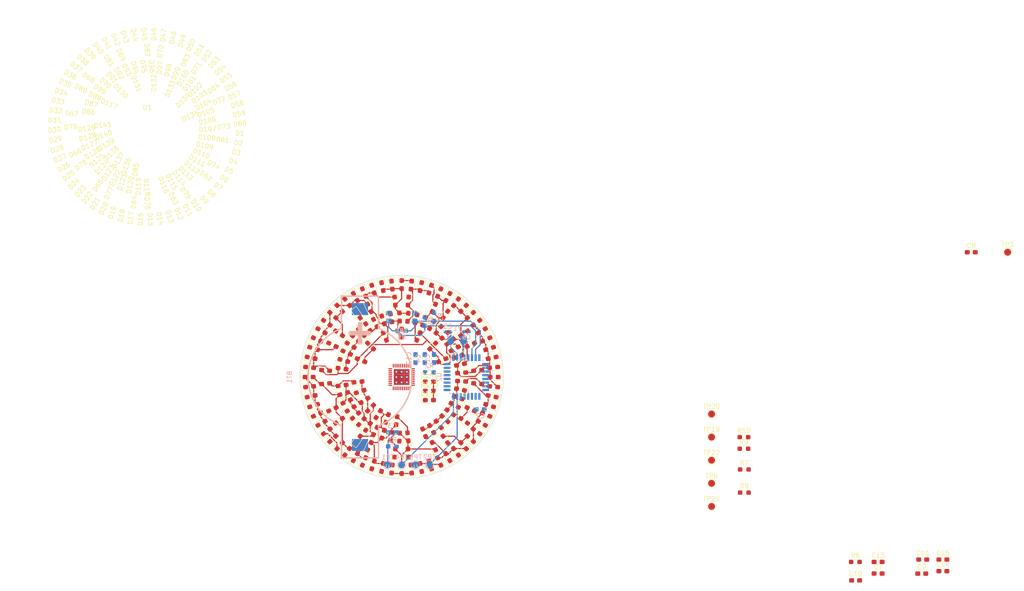
<source format=kicad_pcb>
(kicad_pcb (version 20211014) (generator pcbnew)
  (title_block (title "LED Pocketwatch Hardware") (date "2022-01-01") (rev "1"))
  (layers (0 "F.Cu" signal) (1 "In1.Cu" signal) (2 "In2.Cu" signal) (31 "B.Cu" signal) (34 "B.Paste" user) (35 "F.Paste" user) (36 "B.SilkS" user "B.Silkscreen") (37 "F.SilkS" user "F.Silkscreen") (38 "B.Mask" user) (39 "F.Mask" user) (44 "Edge.Cuts" user))
  (net 0 "")
  (net 1 "+3V3")
  (net 2 "CA1")
  (net 3 "CA2")
  (net 4 "CA3")
  (net 5 "CA4")
  (net 6 "CA5")
  (net 7 "CA6")
  (net 8 "CA7")
  (net 9 "CA8")
  (net 10 "CA9")
  (net 11 "CB1")
  (net 12 "CB2")
  (net 13 "CB3")
  (net 14 "CB4")
  (net 15 "CB5")
  (net 16 "CB6")
  (net 17 "CB7")
  (net 18 "CB8")
  (net 19 "CB9")
  (net 27 "RESET")
  (net 28 "RCC_OSC32_IN")
  (net 29 "RCC_OSC32_OUT")
  (net 30 "BOOT")
  (net 35 "GND")
  (net 36 "LED_EN")
  (net 37 "I2C_PULLUP")
  (net 38 "I2C_SDA")
  (net 39 "I2C_SCL")
  (net 40 "AUDIO_IN")
  (net 41 "AUDIO_IN_SIGAL")
  (net 42 "BTN_IN")
  (net 43 "SYS_WKUP1")
  (net 44 "C_FILT")
  (net 45 "R_EXT")
  (net 46 "INTB")
  (net 47 "SWDIO")
  (net 48 "SWCLK")
  (footprint "LED_SMD:LED_0603_1608Metric_Pad1.05x0.95mm_HandSolder" (layer "F.Cu") (at 132.730493 120.777488 56)
    (fp_text reference "D123")
    (fp_text value "LED")
  )
  (footprint "LED_SMD:LED_0603_1608Metric_Pad1.05x0.95mm_HandSolder" (layer "F.Cu") (at 153.382612 124.862896 132)
    (fp_text reference "D9")
    (fp_text value "LED")
  )
  (footprint "Capacitor_SMD:C_0603_1608Metric_Pad1.08x0.95mm_HandSolder" (layer "F.Cu") (at 257 149.49)
    (fp_text reference "C15")
    (fp_text value "1u n.b.")
  )
  (footprint "LED_SMD:LED_0603_1608Metric_Pad1.05x0.95mm_HandSolder" (layer "F.Cu") (at 133.274117 116.709134 44.92857143)
    (fp_text reference "D138")
    (fp_text value "LED")
  )
  (footprint "LED_SMD:LED_0603_1608Metric_Pad1.05x0.95mm_HandSolder" (layer "F.Cu") (at 137.742574 122.8025 80)
    (fp_text reference "D120")
    (fp_text value "LED")
  )
  (footprint "LED_SMD:LED_0603_1608Metric_Pad1.05x0.95mm_HandSolder" (layer "F.Cu") (at 123.562788 108.561931 -5)
    (fp_text reference "D67")
    (fp_text value "LED")
  )
  (footprint "LED_SMD:LED_0603_1608Metric_Pad1.05x0.95mm_HandSolder" (layer "F.Cu") (at 146.973201 124.954078 115)
    (fp_text reference "D63")
    (fp_text value "LED")
  )
  (footprint "LED_SMD:LED_0603_1608Metric_Pad1.05x0.95mm_HandSolder" (layer "F.Cu") (at 152.715918 107.297149 -168)
    (fp_text reference "D106")
    (fp_text value "LED")
  )
  (footprint "LED_SMD:LED_0603_1608Metric_Pad1.05x0.95mm_HandSolder" (layer "F.Cu") (at 154.954078 116.973201 155)
    (fp_text reference "D74")
    (fp_text value "LED")
  )
  (footprint "LED_SMD:LED_0603_1608Metric_Pad1.05x0.95mm_HandSolder" (layer "F.Cu") (at 146.180339 90.97887 -108)
    (fp_text reference "D49")
    (fp_text value "LED")
  )
  (footprint "LED_SMD:LED_0603_1608Metric_Pad1.05x0.95mm_HandSolder" (layer "F.Cu") (at 144.869885 122.05339 112)
    (fp_text reference "D116")
    (fp_text value "LED")
  )
  (footprint "LED_SMD:LED_0603_1608Metric_Pad1.05x0.95mm_HandSolder" (layer "F.Cu") (at 125.137104 123.382612 42)
    (fp_text reference "D24")
    (fp_text value "LED")
  )
  (footprint "LED_SMD:LED_0603_1608Metric_Pad1.05x0.95mm_HandSolder" (layer "F.Cu") (at 128.975375 116.88895 32)
    (fp_text reference "D126")
    (fp_text value "LED")
  )
  (footprint "LED_SMD:LED_0603_1608Metric_Pad1.05x0.95mm_HandSolder" (layer "F.Cu") (at 158.270909 118.134732 156)
    (fp_text reference "D5")
    (fp_text value "LED")
  )
  (footprint "LED_SMD:LED_0603_1608Metric_Pad1.05x0.95mm_HandSolder" (layer "F.Cu") (at 127.503598 106.416715 -16)
    (fp_text reference "D87")
    (fp_text value "LED")
  )
  (footprint "LED_SMD:LED_0603_1608Metric_Pad1.05x0.95mm_HandSolder" (layer "F.Cu") (at 136.364508 101.223145 -67.5)
    (fp_text reference "D131")
    (fp_text value "LED")
  )
  (footprint "LED_SMD:LED_0603_1608Metric_Pad1.05x0.95mm_HandSolder" (layer "F.Cu") (at 141.35887 122.928784 96)
    (fp_text reference "D118")
    (fp_text value "LED")
  )
  (footprint "LED_SMD:LED_0603_1608Metric_Pad1.05x0.95mm_HandSolder" (layer "F.Cu") (at 148.776855 106.364508 -157.5)
    (fp_text reference "D135")
    (fp_text value "LED")
  )
  (footprint "LED_SMD:LED_0603_1608Metric_Pad1.05x0.95mm_HandSolder" (layer "F.Cu") (at 131.223145 106.364508 -22.5)
    (fp_text reference "D117")
    (fp_text value "LED")
  )
  (footprint "LED_SMD:LED_0603_1608Metric_Pad1.05x0.95mm_HandSolder" (layer "F.Cu") (at 159.890437 107.909431 -174)
    (fp_text reference "D60")
    (fp_text value "LED")
  )
  (footprint "LED_SMD:LED_0603_1608Metric_Pad1.05x0.95mm_HandSolder" (layer "F.Cu") (at 143.635492 101.223145 -112.5)
    (fp_text reference "D133")
    (fp_text value "LED")
  )
  (footprint "Resistor_SMD:R_0603_1608Metric_Pad0.98x0.95mm_HandSolder" (layer "F.Cu") (at 214.0875 135)
    (fp_text reference "R8")
    (fp_text value "100k")
  )
  (footprint "LED_SMD:LED_0603_1608Metric_Pad1.05x0.95mm_HandSolder" (layer "F.Cu") (at 126.483992 119.464011 35)
    (fp_text reference "D78")
    (fp_text value "LED")
  )
  (footprint "LED_SMD:LED_0603_1608Metric_Pad1.05x0.95mm_HandSolder" (layer "F.Cu") (at 159.02113 116.180339 162)
    (fp_text reference "D4")
    (fp_text value "LED")
  )
  (footprint "LED_SMD:LED_0603_1608Metric_Pad1.05x0.95mm_HandSolder" (layer "F.Cu") (at 146.717514 103.282486 -135)
    (fp_text reference "D134")
    (fp_text value "LED")
  )
  (footprint "TestPoint:TestPoint_Pad_D1.5mm" (layer "F.Cu") (at 207 128)
    (fp_text reference "TP22")
    (fp_text value "TestPoint")
  )
  (footprint "LED_SMD:LED_0603_1608Metric_Pad1.05x0.95mm_HandSolder" (layer "F.Cu") (at 144.158233 90.437048 -102)
    (fp_text reference "D48")
    (fp_text value "LED")
  )
  (footprint "LED_SMD:LED_0603_1608Metric_Pad1.05x0.95mm_HandSolder" (layer "F.Cu") (at 148.134732 91.729091 -114)
    (fp_text reference "D50")
    (fp_text value "LED")
  )
  (footprint "LED_SMD:LED_0603_1608Metric_Pad1.05x0.95mm_HandSolder" (layer "F.Cu") (at 123.562788 111.438069 5)
    (fp_text reference "D79")
    (fp_text value "LED")
  )
  (footprint "LED_SMD:LED_0603_1608Metric_Pad1.05x0.95mm_HandSolder" (layer "F.Cu") (at 151.478318 116.10313 152)
    (fp_text reference "D111")
    (fp_text value "LED")
  )
  (footprint "LED_SMD:LED_0603_1608Metric_Pad1.05x0.95mm_HandSolder" (layer "F.Cu") (at 156.437212 111.438069 175)
    (fp_text reference "D61")
    (fp_text value "LED")
  )
  (footprint "LED_SMD:LED_0603_1608Metric_Pad1.05x0.95mm_HandSolder" (layer "F.Cu") (at 130.041423 101.643762 -40)
    (fp_text reference "D90")
    (fp_text value "LED")
  )
  (footprint "LED_SMD:LED_0603_1608Metric_Pad1.05x0.95mm_HandSolder" (layer "F.Cu") (at 120.109563 112.090569 6)
    (fp_text reference "D30")
    (fp_text value "LED")
  )
  (footprint "LED_SMD:LED_0603_1608Metric_Pad1.05x0.95mm_HandSolder" (layer "F.Cu") (at 130 92.679492 -60)
    (fp_text reference "D41")
    (fp_text value "LED")
  )
  (footprint "LED_SMD:LED_0603_1608Metric_Pad1.05x0.95mm_HandSolder" (layer "F.Cu") (at 159.02113 103.819661 -162)
    (fp_text reference "D58")
    (fp_text value "LED")
  )
  (footprint "LED_SMD:LED_0603_1608Metric_Pad1.05x0.95mm_HandSolder" (layer "F.Cu") (at 120.109563 107.909431 -6)
    (fp_text reference "D32")
    (fp_text value "LED")
  )
  (footprint "LED_SMD:LED_0603_1608Metric_Pad1.05x0.95mm_HandSolder" (layer "F.Cu") (at 128.244295 126.180339 54)
    (fp_text reference "D22")
    (fp_text value "LED")
  )
  (footprint "LED_SMD:LED_0603_1608Metric_Pad1.05x0.95mm_HandSolder" (layer "F.Cu") (at 154.862896 123.382612 138)
    (fp_text reference "D8")
    (fp_text value "LED")
  )
  (footprint "LED_SMD:LED_0603_1608Metric_Pad1.05x0.95mm_HandSolder" (layer "F.Cu") (at 120.97887 103.819661 -18)
    (fp_text reference "D34")
    (fp_text value "LED")
  )
  (footprint "LED_SMD:LED_0603_1608Metric_Pad1.05x0.95mm_HandSolder" (layer "F.Cu") (at 153.382612 95.137104 -132)
    (fp_text reference "D53")
    (fp_text value "LED")
  )
  (footprint "LED_SMD:LED_0603_1608Metric_Pad1.05x0.95mm_HandSolder" (layer "F.Cu") (at 135.98278 122.363734 72)
    (fp_text reference "D121")
    (fp_text value "LED")
  )
  (footprint "LED_SMD:LED_0603_1608Metric_Pad1.05x0.95mm_HandSolder" (layer "F.Cu") (at 122.679492 100.000001 -30)
    (fp_text reference "D36")
    (fp_text value "LED")
  )
  (footprint "LED_SMD:LED_0603_1608Metric_Pad1.05x0.95mm_HandSolder" (layer "F.Cu") (at 159.562952 114.158233 168)
    (fp_text reference "D3")
    (fp_text value "LED")
  )
  (footprint "LED_SMD:LED_0603_1608Metric_Pad1.05x0.95mm_HandSolder" (layer "F.Cu") (at 120.437048 105.841767 -12)
    (fp_text reference "D33")
    (fp_text value "LED")
  )
  (footprint "LED_SMD:LED_0603_1608Metric_Pad1.05x0.95mm_HandSolder" (layer "F.Cu") (at 150 127.320508 120)
    (fp_text reference "D11")
    (fp_text value "LED")
  )
  (footprint "LED_SMD:LED_0603_1608Metric_Pad1.05x0.95mm_HandSolder" (layer "F.Cu") (at 138.561931 126.437212 85)
    (fp_text reference "D64")
    (fp_text value "LED")
  )
  (footprint "LED_SMD:LED_0603_1608Metric_Pad1.05x0.95mm_HandSolder" (layer "F.Cu") (at 122.679492 120 30)
    (fp_text reference "D26")
    (fp_text value "LED")
  )
  (footprint "LED_SMD:LED_0603_1608Metric_Pad1.05x0.95mm_HandSolder" (layer "F.Cu") (at 141.35887 97.071216 -96)
    (fp_text reference "D97")
    (fp_text value "LED")
  )
  (footprint "LED_SMD:LED_0603_1608Metric_Pad1.05x0.95mm_HandSolder" (layer "F.Cu") (at 142.090569 90.109563 -96)
    (fp_text reference "D47")
    (fp_text value "LED")
  )
  (footprint "LED_SMD:LED_0603_1608Metric_Pad1.05x0.95mm_HandSolder" (layer "F.Cu") (at 121.729091 101.865268 -24)
    (fp_text reference "D35")
    (fp_text value "LED")
  )
  (footprint "LED_SMD:LED_0603_1608Metric_Pad1.05x0.95mm_HandSolder" (layer "F.Cu") (at 153.516008 100.535989 -145)
    (fp_text reference "D84")
    (fp_text value "LED")
  )
  (footprint "LED_SMD:LED_0603_1608Metric_Pad1.05x0.95mm_HandSolder" (layer "F.Cu") (at 123.819661 121.755705 36)
    (fp_text reference "D25")
    (fp_text value "LED")
  )
  (footprint "LED_SMD:LED_0603_1608Metric_Pad1.05x0.95mm_HandSolder" (layer "F.Cu") (at 140 100.5 -90)
    (fp_text reference "D132")
    (fp_text value "LED")
  )
  (footprint "LED_SMD:LED_0603_1608Metric_Pad1.05x0.95mm_HandSolder" (layer "F.Cu") (at 157.320508 119.999999 150)
    (fp_text reference "D6")
    (fp_text value "LED")
  )
  (footprint "LED_SMD:LED_0603_1608Metric_Pad1.05x0.95mm_HandSolder" (layer "F.Cu") (at 151.755705 93.819661 -126)
    (fp_text reference "D52")
    (fp_text value "LED")
  )
  (footprint "LED_SMD:LED_0603_1608Metric_Pad1.05x0.95mm_HandSolder" (layer "F.Cu") (at 151.755705 126.180339 126)
    (fp_text reference "D10")
    (fp_text value "LED")
  )
  (footprint "LED_SMD:LED_0603_1608Metric_Pad1.05x0.95mm_HandSolder" (layer "F.Cu") (at 139.546307 97.00792 -88)
    (fp_text reference "D96")
    (fp_text value "LED")
  )
  (footprint "LED_SMD:LED_0603_1608Metric_Pad1.05x0.95mm_HandSolder" (layer "F.Cu") (at 148.134732 128.270909 114)
    (fp_text reference "D12")
    (fp_text value "LED")
  )
  (footprint "LED_SMD:LED_0603_1608Metric_Pad1.05x0.95mm_HandSolder" (layer "F.Cu") (at 134.935672 118.037572 57.78571429)
    (fp_text reference "D137")
    (fp_text value "LED")
  )
  (footprint "LED_SMD:LED_0603_1608Metric_Pad1.05x0.95mm_HandSolder" (layer "F.Cu") (at 159.562952 105.841767 -168)
    (fp_text reference "D59")
    (fp_text value "LED")
  )
  (footprint "LED_SMD:LED_0603_1608Metric_Pad1.05x0.95mm_HandSolder" (layer "F.Cu") (at 146.180339 129.02113 108)
    (fp_text reference "D13")
    (fp_text value "LED")
  )
  (footprint "LED_SMD:LED_0603_1608Metric_Pad1.05x0.95mm_HandSolder" (layer "F.Cu") (at 131.865268 128.270909 66)
    (fp_text reference "D20")
    (fp_text value "LED")
  )
  (footprint "LED_SMD:LED_0603_1608Metric_Pad1.05x0.95mm_HandSolder" (layer "F.Cu") (at 135.841767 129.562952 78)
    (fp_text reference "D18")
    (fp_text value "LED")
  )
  (footprint "LED_SMD:LED_0603_1608Metric_Pad1.05x0.95mm_HandSolder" (layer "F.Cu") (at 133.282486 103.282486 -45)
    (fp_text reference "D130")
    (fp_text value "LED")
  )
  (footprint "LED_SMD:LED_0603_1608Metric_Pad1.05x0.95mm_HandSolder" (layer "F.Cu") (at 152.968332 109.093166 -176)
    (fp_text reference "D107")
    (fp_text value "LED")
  )
  (footprint "LED_SMD:LED_0603_1608Metric_Pad1.05x0.95mm_HandSolder" (layer "F.Cu") (at 127.126516 108.19075 -8)
    (fp_text reference "D86")
    (fp_text value "LED")
  )
  (footprint "LED_SMD:LED_0603_1608Metric_Pad1.05x0.95mm_HandSolder" (layer "F.Cu") (at 150.51722 102.358792 -144)
    (fp_text reference "D103")
    (fp_text value "LED")
  )
  (footprint "LED_SMD:LED_0603_1608Metric_Pad1.05x0.95mm_HandSolder" (layer "F.Cu") (at 156.180339 121.755705 144)
    (fp_text reference "D7")
    (fp_text value "LED")
  )
  (footprint "LED_SMD:LED_0603_1608Metric_Pad1.05x0.95mm_HandSolder" (layer "F.Cu") (at 131.301303 119.660882 48)
    (fp_text reference "D124")
    (fp_text value "LED")
  )
  (footprint "LED_SMD:LED_0603_1608Metric_Pad1.05x0.95mm_HandSolder" (layer "F.Cu") (at 137.909431 129.890437 84)
    (fp_text reference "D17")
    (fp_text value "LED")
  )
  (footprint "LED_SMD:LED_0603_1608Metric_Pad1.05x0.95mm_HandSolder" (layer "F.Cu") (at 157.320508 100 -150)
    (fp_text reference "D56")
    (fp_text value "LED")
  )
  (footprint "LED_SMD:LED_0603_1608Metric_Pad1.05x0.95mm_HandSolder" (layer "F.Cu") (at 154.954078 103.026799 -155)
    (fp_text reference "D72")
    (fp_text value "LED")
  )
  (footprint "LED_SMD:LED_0603_1608Metric_Pad1.05x0.95mm_HandSolder" (layer "F.Cu") (at 125.045922 116.973201 25)
    (fp_text reference "D66")
    (fp_text value "LED")
  )
  (footprint "Capacitor_SMD:C_0603_1608Metric_Pad1.08x0.95mm_HandSolder" (layer "F.Cu") (at 252.65 149.49)
    (fp_text reference "C11")
    (fp_text value "100n n.b.")
  )
  (footprint "Capacitor_SMD:C_0603_1608Metric_Pad1.08x0.95mm_HandSolder" (layer "F.Cu") (at 263.1375 83)
    (fp_text reference "C8")
    (fp_text value "220n n.b.")
  )
  (footprint "LED_SMD:LED_0603_1608Metric_Pad1.05x0.95mm_HandSolder" (layer "F.Cu") (at 138.92457 119.438932 83.5)
    (fp_text reference "D85")
    (fp_text value "LED")
  )
  (footprint "LED_SMD:LED_0603_1608Metric_Pad1.05x0.95mm_HandSolder" (layer "F.Cu") (at 121.729091 118.134732 24)
    (fp_text reference "D27")
    (fp_text value "LED")
  )
  (footprint "Resistor_SMD:R_0603_1608Metric_Pad0.98x0.95mm_HandSolder" (layer "F.Cu") (at 214 125.51)
    (fp_text reference "R9")
    (fp_text value "10k")
  )
  (footprint "LED_SMD:LED_0603_1608Metric_Pad1.05x0.95mm_HandSolder" (layer "F.Cu") (at 120.97887 116.180339 18)
    (fp_text reference "D28")
    (fp_text value "LED")
  )
  (footprint "LED_SMD:LED_0603_1608Metric_Pad1.05x0.95mm_HandSolder" (layer "F.Cu") (at 152.715918 112.702851 168)
    (fp_text reference "D109")
    (fp_text value "LED")
  )
  (footprint "TestPoint:TestPoint_Pad_D1.5mm" (layer "F.Cu") (at 207 133)
    (fp_text reference "TP6")
    (fp_text value "TestPoint")
  )
  (footprint "LED_SMD:LED_0603_1608Metric_Pad1.05x0.95mm_HandSolder" (layer "F.Cu") (at 128.975375 103.11105 -32)
    (fp_text reference "D89")
    (fp_text value "LED")
  )
  (footprint "LED_SMD:LED_0603_1608Metric_Pad1.05x0.95mm_HandSolder" (layer "F.Cu") (at 132.730493 99.222512 -56)
    (fp_text reference "D92")
    (fp_text value "LED")
  )
  (footprint "LED_SMD:LED_0603_1608Metric_Pad1.05x0.95mm_HandSolder" (layer "F.Cu") (at 148.003599 120.244139 128)
    (fp_text reference "D114")
    (fp_text value "LED")
  )
  (footprint "TestPoint:TestPoint_Pad_D1.5mm" (layer "F.Cu") (at 271 83)
    (fp_text reference "TP3")
    (fp_text value "TestPoint")
  )
  (footprint "LED_SMD:LED_0603_1608Metric_Pad1.05x0.95mm_HandSolder" (layer "F.Cu") (at 125.045922 103.026799 -25)
    (fp_text reference "D80")
    (fp_text value "LED")
  )
  (footprint "Capacitor_SMD:C_0603_1608Metric_Pad1.08x0.95mm_HandSolder" (layer "F.Cu") (at 243 152.51)
    (fp_text reference "C7")
    (fp_text value "100n")
  )
  (footprint "LED_SMD:LED_0603_1608Metric_Pad1.05x0.95mm_HandSolder" (layer "F.Cu") (at 146 113)
    (fp_text reference "D143")
    (fp_text value "LED")
  )
  (footprint "LED_SMD:LED_0603_1608Metric_Pad1.05x0.95mm_HandSolder" (layer "F.Cu") (at 149.351417 100.969442 -136)
    (fp_text reference "D102")
    (fp_text value "LED")
  )
  (footprint "LED_SMD:LED_0603_1608Metric_Pad1.05x0.95mm_HandSolder" (layer "F.Cu") (at 149.999999 92.679492 -120)
    (fp_text reference "D51")
    (fp_text value "LED")
  )
  (footprint "LED_SMD:LED_0603_1608Metric_Pad1.05x0.95mm_HandSolder" (layer "F.Cu") (at 146.973201 95.045922 -115)
    (fp_text reference "D83")
    (fp_text value "LED")
  )
  (footprint "Capacitor_SMD:C_0603_1608Metric_Pad1.08x0.95mm_HandSolder" (layer "F.Cu") (at 257 152)
    (fp_text reference "C14")
    (fp_text value "1u n.b.")
  )
  (footprint "LED_SMD:LED_0603_1608Metric_Pad1.05x0.95mm_HandSolder" (layer "F.Cu") (at 144.158233 129.562952 102)
    (fp_text reference "D14")
    (fp_text value "LED")
  )
  (footprint "LED_SMD:LED_0603_1608Metric_Pad1.05x0.95mm_HandSolder" (layer "F.Cu") (at 141.438069 93.562788 -95)
    (fp_text reference "D70")
    (fp_text value "LED")
  )
  (footprint "Resistor_SMD:R_0603_1608Metric_Pad0.98x0.95mm_HandSolder" (layer "F.Cu") (at 238.0875 150)
    (fp_text reference "R6")
    (fp_text value "20k")
  )
  (footprint "Capacitor_SMD:C_0603_1608Metric_Pad1.08x0.95mm_HandSolder" (layer "F.Cu") (at 252.4375 152.53)
    (fp_text reference "C9")
    (fp_text value "100n n.b.")
  )
  (footprint "LED_SMD:LED_0603_1608Metric_Pad1.05x0.95mm_HandSolder" (layer "F.Cu") (at 133.026799 124.954078 65)
    (fp_text reference "D77")
    (fp_text value "LED")
  )
  (footprint "LED_SMD:LED_0603_1608Metric_Pad1.05x0.95mm_HandSolder" (layer "F.Cu") (at 137.742574 97.1975 -80)
    (fp_text reference "D95")
    (fp_text value "LED")
  )
  (footprint "LED_SMD:LED_0603_1608Metric_Pad1.05x0.95mm_HandSolder" (layer "F.Cu") (at 126.483992 100.535989 -35)
    (fp_text reference "D68")
    (fp_text value "LED")
  )
  (footprint "LED_SMD:LED_0603_1608Metric_Pad1.05x0.95mm_HandSolder" (layer "F.Cu") (at 140 90 -90)
    (fp_text reference "D46")
    (fp_text value "LED")
  )
  (footprint "LED_SMD:LED_0603_1608Metric_Pad1.05x0.95mm_HandSolder" (layer "F.Cu") (at 153.516008 119.464011 145)
    (fp_text reference "D62")
    (fp_text value "LED")
  )
  (footprint "LED_SMD:LED_0603_1608Metric_Pad1.05x0.95mm_HandSolder" (layer "F.Cu") (at 131.949826 115.044272 32.07142857)
    (fp_text reference "D139")
    (fp_text value "LED")
  )
  (footprint "LED_SMD:LED_0603_1608Metric_Pad1.05x0.95mm_HandSolder" (layer "F.Cu") (at 127.503598 113.583285 16)
    (fp_text reference "D128")
    (fp_text value "LED")
  )
  (footprint "LED_SMD:LED_0603_1608Metric_Pad1.05x0.95mm_HandSolder" (layer "F.Cu") (at 152.216004 105.553739 -160)
    (fp_text reference "D105")
    (fp_text value "LED")
  )
  (footprint "LED_SMD:LED_0603_1608Metric_Pad1.05x0.95mm_HandSolder" (layer "F.Cu") (at 127.126516 111.80925 8)
    (fp_text reference "D129")
    (fp_text value "LED")
  )
  (footprint "Resistor_SMD:R_0603_1608Metric_Pad0.98x0.95mm_HandSolder" (layer "F.Cu") (at 214.0875 130)
    (fp_text reference "R7")
    (fp_text value "10k")
  )
  (footprint "LED_SMD:LED_0603_1608Metric_Pad1.05x0.95mm_HandSolder" (layer "F.Cu") (at 125.137104 96.617388 -42)
    (fp_text reference "D38")
    (fp_text value "LED")
  )
  (footprint "LED_SMD:LED_0603_1608Metric_Pad1.05x0.95mm_HandSolder" (layer "F.Cu") (at 154.862896 96.617388 -138)
    (fp_text reference "D54")
    (fp_text value "LED")
  )
  (footprint "LED_SMD:LED_0603_1608Metric_Pad1.05x0.95mm_HandSolder" (layer "F.Cu") (at 152.216004 114.446261 160)
    (fp_text reference "D110")
    (fp_text value "LED")
  )
  (footprint "LED_SMD:LED_0603_1608Metric_Pad1.05x0.95mm_HandSolder" (layer "F.Cu") (at 146.5 121.25833 120)
    (fp_text reference "D115")
    (fp_text value "LED")
  )
  (footprint "LED_SMD:LED_0603_1608Metric_Pad1.05x0.95mm_HandSolder" (layer "F.Cu") (at 130.535989 96.483992 -55)
    (fp_text reference "D81")
    (fp_text value "LED")
  )
  (footprint "TestPoint:TestPoint_Pad_D1.5mm" (layer "F.Cu") (at 207 138)
    (fp_text reference "TP21")
    (fp_text value "TestPoint")
  )
  (footprint "LED_SMD:LED_0603_1608Metric_Pad1.05x0.95mm_HandSolder" (layer "F.Cu") (at 130.558416 111.051892 6.357142857)
    (fp_text reference "D141")
    (fp_text value "LED")
  )
  (footprint "LED_SMD:LED_0603_1608Metric_Pad1.05x0.95mm_HandSolder" (layer "F.Cu") (at 139.546307 122.99208 88)
    (fp_text reference "D119")
    (fp_text value "LED")
  )
  (footprint "Resistor_SMD:R_0603_1608Metric_Pad0.98x0.95mm_HandSolder" (layer "F.Cu") (at 214 123)
    (fp_text reference "R10")
    (fp_text value "100k")
  )
  (footprint "LED_SMD:LED_0603_1608Metric_Pad1.05x0.95mm_HandSolder" (layer "F.Cu") (at 144.869885 97.94661 -112)
    (fp_text reference "D99")
    (fp_text value "LED")
  )
  (footprint "LED_SMD:LED_0603_1608Metric_Pad1.05x0.95mm_HandSolder" (layer "F.Cu") (at 134.301176 98.315678 -64)
    (fp_text reference "D93")
    (fp_text value "LED")
  )
  (footprint "TestPoint:TestPoint_Pad_D1.5mm" (layer "F.Cu") (at 207 118)
    (fp_text reference "TP20")
    (fp_text value "TestPoint")
  )
  (footprint "Capacitor_SMD:C_0603_1608Metric_Pad1.08x0.95mm_HandSolder" (layer "F.Cu") (at 238.1375 154)
    (fp_text reference "C10")
    (fp_text value "100n")
  )
  (footprint "LED_SMD:LED_0603_1608Metric_Pad1.05x0.95mm_HandSolder" (layer "F.Cu") (at 131.029204 113.126469 19.21428571)
    (fp_text reference "D140")
    (fp_text value "LED")
  )
  (footprint "LED_SMD:LED_0603_1608Metric_Pad1.05x0.95mm_HandSolder" (layer "F.Cu") (at 134.301176 121.684322 64)
    (fp_text reference "D122")
    (fp_text value "LED")
  )
  (footprint "LED_SMD:LED_0603_1608Metric_Pad1.05x0.95mm_HandSolder" (layer "F.Cu") (at 156.180339 98.244295 -144)
    (fp_text reference "D55")
    (fp_text value "LED")
  )
  (footprint "LED_SMD:LED_0603_1608Metric_Pad1.05x0.95mm_HandSolder" (layer "F.Cu") (at 135.98278 97.636266 -72)
    (fp_text reference "D94")
    (fp_text value "LED")
  )
  (footprint "LED_SMD:LED_0603_1608Metric_Pad1.05x0.95mm_HandSolder" (layer "F.Cu") (at 130.000001 127.320508 60)
    (fp_text reference "D21")
    (fp_text value "LED")
  )
  (footprint "LED_SMD:LED_0603_1608Metric_Pad1.05x0.95mm_HandSolder" (layer "F.Cu") (at 137.909431 90.109563 -84)
    (fp_text reference "D45")
    (fp_text value "LED")
  )
  (footprint "LED_SMD:LED_0603_1608Metric_Pad1.05x0.95mm_HandSolder" (layer "F.Cu") (at 120 110)
    (fp_text reference "D31")
    (fp_text value "LED")
  )
  (footprint "LED_SMD:LED_0603_1608Metric_Pad1.05x0.95mm_HandSolder" (layer "F.Cu") (at 142.090569 129.890437 96)
    (fp_text reference "D15")
    (fp_text value "LED")
  )
  (footprint "TestPoint:TestPoint_Pad_D1.5mm" (layer "F.Cu") (at 207 123)
    (fp_text reference "TP19")
    (fp_text value "TestPoint")
  )
  (footprint "LED_PW_HW_Library:IS31FL3732A" (layer "F.Cu") (at 140 110)
    (fp_text reference "U1")
    (fp_text value "IS31FL3732A")
  )
  (footprint "LED_SMD:LED_0603_1608Metric_Pad1.05x0.95mm_HandSolder" (layer "F.Cu") (at 140 130 90)
    (fp_text reference "D16")
    (fp_text value "LED")
  )
  (footprint "LED_SMD:LED_0603_1608Metric_Pad1.05x0.95mm_HandSolder" (layer "F.Cu") (at 143.144984 97.386156 -104)
    (fp_text reference "D98")
    (fp_text value "LED")
  )
  (footprint "LED_SMD:LED_0603_1608Metric_Pad1.05x0.95mm_HandSolder" (layer "F.Cu") (at 151.478318 103.89687 -152)
    (fp_text reference "D104")
    (fp_text value "LED")
  )
  (footprint "LED_SMD:LED_0603_1608Metric_Pad1.05x0.95mm_HandSolder" (layer "F.Cu") (at 159.890437 112.090569 174)
    (fp_text reference "D2")
    (fp_text value "LED")
  )
  (footprint "LED_SMD:LED_0603_1608Metric_Pad1.05x0.95mm_HandSolder" (layer "F.Cu") (at 128.12391 115.287576 24)
    (fp_text reference "D127")
    (fp_text value "LED")
  )
  (footprint "LED_SMD:LED_0603_1608Metric_Pad1.05x0.95mm_HandSolder" (layer "F.Cu") (at 149.464011 96.483992 -125)
    (fp_text reference "D71")
    (fp_text value "LED")
  )
  (footprint "LED_SMD:LED_0603_1608Metric_Pad1.05x0.95mm_HandSolder" (layer "F.Cu") (at 133.819661 90.97887 -72)
    (fp_text reference "D43")
    (fp_text value "LED")
  )
  (footprint "LED_SMD:LED_0603_1608Metric_Pad1.05x0.95mm_HandSolder" (layer "F.Cu") (at 126.617388 95.137104 -48)
    (fp_text reference "D39")
    (fp_text value "LED")
  )
  (footprint "LED_SMD:LED_0603_1608Metric_Pad1.05x0.95mm_HandSolder" (layer "F.Cu") (at 160 110 180)
    (fp_text reference "D1")
    (fp_text value "LED")
  )
  (footprint "LED_SMD:LED_0603_1608Metric_Pad1.05x0.95mm_HandSolder" (layer "F.Cu") (at 146 111)
    (fp_text reference "D142")
    (fp_text value "LED")
  )
  (footprint "LED_SMD:LED_0603_1608Metric_Pad1.05x0.95mm_HandSolder" (layer "F.Cu") (at 146.499999 98.74167 -120)
    (fp_text reference "D100")
    (fp_text value "LED")
  )
  (footprint "LED_SMD:LED_0603_1608Metric_Pad1.05x0.95mm_HandSolder" (layer "F.Cu") (at 133.819661 129.02113 72)
    (fp_text reference "D19")
    (fp_text value "LED")
  )
  (footprint "LED_SMD:LED_0603_1608Metric_Pad1.05x0.95mm_HandSolder" (layer "F.Cu") (at 128.244295 93.819661 -54)
    (fp_text reference "D40")
    (fp_text value "LED")
  )
  (footprint "LED_SMD:LED_0603_1608Metric_Pad1.05x0.95mm_HandSolder" (layer "F.Cu") (at 158.270909 101.865268 -156)
    (fp_text reference "D57")
    (fp_text value "LED")
  )
  (footprint "LED_SMD:LED_0603_1608Metric_Pad1.05x0.95mm_HandSolder" (layer "F.Cu") (at 131.301303 100.339118 -48)
    (fp_text reference "D91")
    (fp_text value "LED")
  )
  (footprint "LED_SMD:LED_0603_1608Metric_Pad1.05x0.95mm_HandSolder" (layer "F.Cu") (at 130.535989 123.516008 55)
    (fp_text reference "D65")
    (fp_text value "LED")
  )
  (footprint "LED_SMD:LED_0603_1608Metric_Pad1.05x0.95mm_HandSolder" (layer "F.Cu") (at 141.438069 126.437212 95)
    (fp_text reference "D76")
    (fp_text value "LED")
  )
  (footprint "LED_SMD:LED_0603_1608Metric_Pad1.05x0.95mm_HandSolder" (layer "F.Cu") (at 150.51722 117.641208 144)
    (fp_text reference "D112")
    (fp_text value "LED")
  )
  (footprint "LED_SMD:LED_0603_1608Metric_Pad1.05x0.95mm_HandSolder" (layer "F.Cu") (at 136.851173 118.962973 70.64285714)
    (fp_text reference "D136")
    (fp_text value "LED")
  )
  (footprint "LED_SMD:LED_0603_1608Metric_Pad1.05x0.95mm_HandSolder" (layer "F.Cu") (at 152.968332 110.906834 176)
    (fp_text reference "D108")
    (fp_text value "LED")
  )
  (footprint "LED_SMD:LED_0603_1608Metric_Pad1.05x0.95mm_HandSolder" (layer "F.Cu") (at 146 115)
    (fp_text reference "D144")
    (fp_text value "LED")
  )
  (footprint "Capacitor_SMD:C_0603_1608Metric_Pad1.08x0.95mm_HandSolder" (layer "F.Cu") (at 243 150)
    (fp_text reference "C13")
    (fp_text value "1u")
  )
  (footprint "LED_SMD:LED_0603_1608Metric_Pad1.05x0.95mm_HandSolder" (layer "F.Cu") (at 126.617388 124.862896 48)
    (fp_text reference "D23")
    (fp_text value "LED")
  )
  (footprint "LED_SMD:LED_0603_1608Metric_Pad1.05x0.95mm_HandSolder" (layer "F.Cu") (at 149.464011 123.516008 125)
    (fp_text reference "D75")
    (fp_text value "LED")
  )
  (footprint "LED_SMD:LED_0603_1608Metric_Pad1.05x0.95mm_HandSolder" (layer "F.Cu") (at 149.351417 119.030558 136)
    (fp_text reference "D113")
    (fp_text value "LED")
  )
  (footprint "LED_SMD:LED_0603_1608Metric_Pad1.05x0.95mm_HandSolder" (layer "F.Cu") (at 130.041423 118.356238 40)
    (fp_text reference "D125")
    (fp_text value "LED")
  )
  (footprint "LED_SMD:LED_0603_1608Metric_Pad1.05x0.95mm_HandSolder" (layer "F.Cu") (at 133.026799 95.045922 -65)
    (fp_text reference "D69")
    (fp_text value "LED")
  )
  (footprint "LED_SMD:LED_0603_1608Metric_Pad1.05x0.95mm_HandSolder" (layer "F.Cu") (at 131.865268 91.729091 -66)
    (fp_text reference "D42")
    (fp_text value "LED")
  )
  (footprint "LED_SMD:LED_0603_1608Metric_Pad1.05x0.95mm_HandSolder" (layer "F.Cu") (at 123.819661 98.244295 -36)
    (fp_text reference "D37")
    (fp_text value "LED")
  )
  (footprint "LED_SMD:LED_0603_1608Metric_Pad1.05x0.95mm_HandSolder" (layer "F.Cu") (at 138.561931 93.562788 -85)
    (fp_text reference "D82")
    (fp_text value "LED")
  )
  (footprint "LED_SMD:LED_0603_1608Metric_Pad1.05x0.95mm_HandSolder" (layer "F.Cu") (at 128.12391 104.712424 -24)
    (fp_text reference "D88")
    (fp_text value "LED")
  )
  (footprint "LED_SMD:LED_0603_1608Metric_Pad1.05x0.95mm_HandSolder" (layer "F.Cu") (at 148.003599 99.755861 -128)
    (fp_text reference "D101")
    (fp_text value "LED")
  )
  (footprint "LED_SMD:LED_0603_1608Metric_Pad1.05x0.95mm_HandSolder" (layer "F.Cu") (at 120.437048 114.158233 12)
    (fp_text reference "D29")
    (fp_text value "LED")
  )
  (footprint "LED_SMD:LED_0603_1608Metric_Pad1.05x0.95mm_HandSolder" (layer "F.Cu") (at 135.841767 90.437048 -78)
    (fp_text reference "D44")
    (fp_text value "LED")
  )
  (footprint "LED_SMD:LED_0603_1608Metric_Pad1.05x0.95mm_HandSolder" (layer "F.Cu") (at 156.437212 108.561931 -175)
    (fp_text reference "D73")
    (fp_text value "LED")
  )
  (footprint "Capacitor_SMD:C_0603_1608Metric_Pad1.08x0.95mm_HandSolder" (layer "B.Cu") (at 138 122 180)
    (fp_text reference "C3")
    (fp_text value "100n")
  )
  (footprint "Capacitor_SMD:C_0603_1608Metric_Pad1.08x0.95mm_HandSolder" (layer "B.Cu") (at 157 117)
    (fp_text reference "C2")
    (fp_text value "100n")
  )
  (footprint "Resistor_SMD:R_0603_1608Metric_Pad0.98x0.95mm_HandSolder" (layer "B.Cu") (at 147 97 90)
    (fp_text reference "R3")
    (fp_text value "100k")
  )
  (footprint "LED_PW_HW_Library:Switch-DifferentPadNr" (layer "B.Cu") (at 140 97)
    (fp_text reference "SW1")
    (fp_text value "SW_MEC_5E")
  )
  (footprint "LED_PW_HW_Library:ECX-34Q" (layer "B.Cu") (at 152 102 180)
    (fp_text reference "Y1")
    (fp_text value "Crystal")
  )
  (footprint "Resistor_SMD:R_0603_1608Metric_Pad0.98x0.95mm_HandSolder" (layer "B.Cu") (at 145 98 90)
    (fp_text reference "R4")
    (fp_text value "100k")
  )
  (footprint "TestPoint:TestPoint_Pad_D1.5mm" (layer "B.Cu") (at 146 129 180)
    (fp_text reference "TP2")
    (fp_text value "TestPoint")
  )
  (footprint "Capacitor_SMD:C_0402_1005Metric_Pad0.74x0.62mm_HandSolder" (layer "B.Cu") (at 150 100.2 180)
    (fp_text reference "C5")
    (fp_text value "4p3")
  )
  (footprint "TestPoint:TestPoint_Pad_D1.5mm" (layer "B.Cu") (at 143 129 180)
    (fp_text reference "TP5")
    (fp_text value "TestPoint")
  )
  (footprint "Resistor_SMD:R_0603_1608Metric_Pad0.98x0.95mm_HandSolder" (layer "B.Cu") (at 146 109 180)
    (fp_text reference "R2")
    (fp_text value "100k")
  )
  (footprint "TestPoint:TestPoint_Pad_D1.5mm" (layer "B.Cu") (at 140 129 180)
    (fp_text reference "TP4")
    (fp_text value "TestPoint")
  )
  (footprint "Resistor_SMD:R_0603_1608Metric_Pad0.98x0.95mm_HandSolder" (layer "B.Cu") (at 140 100)
    (fp_text reference "R5")
    (fp_text value "n.b.")
  )
  (footprint "TestPoint:TestPoint_Pad_D1.5mm" (layer "B.Cu") (at 137 129 180)
    (fp_text reference "TP1")
    (fp_text value "TestPoint")
  )
  (footprint "Package_QFP:LQFP-32_7x7mm_P0.8mm" (layer "B.Cu") (at 154 110 -90)
    (fp_text reference "U2")
    (fp_text value "STM32L031K6Tx")
  )
  (footprint "Resistor_SMD:R_0603_1608Metric_Pad0.98x0.95mm_HandSolder" (layer "B.Cu") (at 138 125 180)
    (fp_text reference "R1")
    (fp_text value "100k")
  )
  (footprint "Capacitor_SMD:C_0603_1608Metric_Pad1.08x0.95mm_HandSolder" (layer "B.Cu") (at 143 106 -90)
    (fp_text reference "C12")
    (fp_text value "100n n.b.")
  )
  (footprint "Capacitor_SMD:C_0603_1608Metric_Pad1.08x0.95mm_HandSolder" (layer "B.Cu") (at 145 106 -90)
    (fp_text reference "C4")
    (fp_text value "1u")
  )
  (footprint "Capacitor_SMD:C_0603_1608Metric_Pad1.08x0.95mm_HandSolder" (layer "B.Cu") (at 147 106 -90)
    (fp_text reference "C1")
    (fp_text value "100n")
  )
  (footprint "LED_PW_HW_Library:SMTU2032-LF" (layer "B.Cu") (at 131 110 -90)
    (fp_text reference "BT1")
    (fp_text value "Battery_Holder")
  )
  (footprint "Capacitor_SMD:C_0402_1005Metric_Pad0.74x0.62mm_HandSolder" (layer "B.Cu") (at 154 100.2)
    (fp_text reference "C6")
    (fp_text value "4p3")
  )
  (gr_circle (center 140 110) (end 140 88) (layer "Edge.Cuts") (width 0.1) (fill none))
  (segment (start 123.440111 107.643845) (end 124.434458 108.638192) (width 0.25) (layer "F.Cu") (net 2))
  (segment (start 123.437264 100.437501) (end 123.437264 99.848894) (width 0.25) (layer "F.Cu") (net 2))
  (segment (start 121.811044 104.090051) (end 121.811044 102.938562) (width 0.25) (layer "F.Cu") (net 2))
  (segment (start 120.97977 108.000893) (end 120.97977 106.336847) (width 0.25) (layer "F.Cu") (net 2))
  (segment (start 122.528443 101.346322) (end 123.437264 100.437501) (width 0.25) (layer "F.Cu") (net 2))
  (segment (start 121.811044 102.938562) (end 122.528443 102.221163) (width 0.25) (layer "F.Cu") (net 2))
  (segment (start 125.14548 104.090051) (end 125.838941 103.39659) (width 0.25) (layer "F.Cu") (net 2))
  (segment (start 142.067675 89.125) (end 142.182031 89.239356) (width 0.25) (layer "F.Cu") (net 2))
  (segment (start 124.486852 98.717908) (end 124.527551 98.758607) (width 0.25) (layer "F.Cu") (net 2))
  (segment (start 121.336818 107.643845) (end 123.440111 107.643845) (width 0.25) (layer "F.Cu") (net 2))
  (segment (start 121.292927 104.608168) (end 121.811044 104.090051) (width 0.25) (layer "F.Cu") (net 2))
  (segment (start 121.811044 104.090051) (end 125.14548 104.090051) (width 0.25) (layer "F.Cu") (net 2))
  (segment (start 140 89.125) (end 142.067675 89.125) (width 0.25) (layer "F.Cu") (net 2))
  (segment (start 120.97977 108.000893) (end 121.336818 107.643845) (width 0.25) (layer "F.Cu") (net 2))
  (segment (start 120.97977 106.336847) (end 121.292927 106.02369) (width 0.25) (layer "F.Cu") (net 2))
  (segment (start 123.437264 99.848894) (end 124.527551 98.758607) (width 0.25) (layer "F.Cu") (net 2))
  (segment (start 122.528443 102.221163) (end 122.528443 101.346322) (width 0.25) (layer "F.Cu") (net 2))
  (segment (start 121.292927 106.02369) (end 121.292927 104.608168) (width 0.25) (layer "F.Cu") (net 2))
  (segment (start 124.486852 96.031899) (end 124.486852 98.717908) (width 0.25) (layer "F.Cu") (net 2))
  (segment (start 129.717417 103.574729) (end 129.717417 103.200496) (width 0.25) (layer "F.Cu") (net 3))
  (segment (start 128.344702 105.646879) (end 128.923262 105.068319) (width 0.25) (layer "F.Cu") (net 3))
  (segment (start 125.787356 97.202877) (end 127.20075 98.616271) (width 0.25) (layer "F.Cu") (net 3))
  (segment (start 125.787356 97.202877) (end 127.202877 95.787356) (width 0.25) (layer "F.Cu") (net 3))
  (segment (start 127.20075 98.616271) (end 127.20075 101.037868) (width 0.25) (layer "F.Cu") (net 3))
  (segment (start 128.344702 106.657898) (end 128.344702 105.646879) (width 0.25) (layer "F.Cu") (net 3))
  (segment (start 128.923262 104.368884) (end 129.717417 103.574729) (width 0.25) (layer "F.Cu") (net 3))
  (segment (start 127.993001 107.009599) (end 128.344702 106.657898) (width 0.25) (layer "F.Cu") (net 3))
  (segment (start 127.993001 108.312526) (end 127.993001 107.009599) (width 0.25) (layer "F.Cu") (net 3))
  (segment (start 129.717417 103.200496) (end 130.711712 102.206201) (width 0.25) (layer "F.Cu") (net 3))
  (segment (start 128.923262 105.068319) (end 128.923262 104.368884) (width 0.25) (layer "F.Cu") (net 3))
  (segment (start 131.886792 100.98937) (end 132.178337 100.98937) (width 0.25) (layer "F.Cu") (net 4))
  (segment (start 133.219787 99.94792) (end 133.838954 99.94792) (width 0.25) (layer "F.Cu") (net 4))
  (segment (start 128.758607 94.527551) (end 126.072598 94.527551) (width 0.25) (layer "F.Cu") (net 4))
  (segment (start 131.841369 93.437264) (end 132.657008 94.252903) (width 0.25) (layer "F.Cu") (net 4))
  (segment (start 132.178337 100.98937) (end 133.219787 99.94792) (width 0.25) (layer "F.Cu") (net 4))
  (segment (start 130.4375 93.437264) (end 129.848894 93.437264) (width 0.25) (layer "F.Cu") (net 4))
  (segment (start 126.072598 94.527551) (end 126.031899 94.486852) (width 0.25) (layer "F.Cu") (net 4))
  (segment (start 146.75 93.659911) (end 147.342992 94.252903) (width 0.25) (layer "F.Cu") (net 4))
  (segment (start 146.450729 90.146696) (end 147 90.695967) (width 0.25) (layer "F.Cu") (net 4))
  (segment (start 147 90.695967) (end 147 92) (width 0.25) (layer "F.Cu") (net 4))
  (segment (start 146.75 92.25) (end 146.75 93.659911) (width 0.25) (layer "F.Cu") (net 4))
  (segment (start 130.4375 93.437264) (end 131.841369 93.437264) (width 0.25) (layer "F.Cu") (net 4))
  (segment (start 132.03154 105.770868) (end 133.901204 103.901204) (width 0.25) (layer "F.Cu") (net 4))
  (segment (start 129.848894 93.437264) (end 128.758607 94.527551) (width 0.25) (layer "F.Cu") (net 4))
  (segment (start 147 92) (end 146.75 92.25) (width 0.25) (layer "F.Cu") (net 4))
  (segment (start 133.838954 99.94792) (end 134.684751 99.102123) (width 0.25) (layer "F.Cu") (net 4))
  (segment (start 132.03154 106.699356) (end 132.03154 105.770868) (width 0.25) (layer "F.Cu") (net 4))
  (segment (start 136.25317 98.46844) (end 137 99.21527) (width 0.25) (layer "F.Cu") (net 5))
  (segment (start 130.105817 95.838941) (end 130.03411 95.767234) (width 0.25) (layer "F.Cu") (net 5))
  (segment (start 139.576844 97.882387) (end 138.071336 97.882387) (width 0.25) (layer "F.Cu") (net 5))
  (segment (start 137 99.21527) (end 137 101.730896) (width 0.25) (layer "F.Cu") (net 5))
  (segment (start 137 101.730896) (end 136.699356 102.03154) (width 0.25) (layer "F.Cu") (net 5))
  (segment (start 133.601506 95.634025) (end 133.39659 95.838941) (width 0.25) (layer "F.Cu") (net 5))
  (segment (start 133.39659 95.838941) (end 130.105817 95.838941) (width 0.25) (layer "F.Cu") (net 5))
  (segment (start 133.838941 95.838941) (end 133.39659 95.838941) (width 0.25) (layer "F.Cu") (net 5))
  (segment (start 132.938562 91.811044) (end 132.221163 92.528443) (width 0.25) (layer "F.Cu") (net 5))
  (segment (start 132.221163 92.528443) (end 133.601506 93.908786) (width 0.25) (layer "F.Cu") (net 5))
  (segment (start 134.5 96.5) (end 133.838941 95.838941) (width 0.25) (layer "F.Cu") (net 5))
  (segment (start 134.970125 92.691118) (end 134.090051 91.811044) (width 0.25) (layer "F.Cu") (net 5))
  (segment (start 134.5 96.899486) (end 134.5 96.5) (width 0.25) (layer "F.Cu") (net 5))
  (segment (start 133.601506 93.908786) (end 133.601506 95.634025) (width 0.25) (layer "F.Cu") (net 5))
  (segment (start 136.25317 98.46844) (end 135.46844 98.46844) (width 0.25) (layer "F.Cu") (net 5))
  (segment (start 139.20048 98.258751) (end 139.576844 97.882387) (width 0.25) (layer "F.Cu") (net 5))
  (segment (start 138.48567 92.691118) (end 134.970125 92.691118) (width 0.25) (layer "F.Cu") (net 5))
  (segment (start 135 98) (end 135 97.399486) (width 0.25) (layer "F.Cu") (net 5))
  (segment (start 139.20048 100.57548) (end 139.20048 98.258751) (width 0.25) (layer "F.Cu") (net 5))
  (segment (start 135 97.399486) (end 134.5 96.899486) (width 0.25) (layer "F.Cu") (net 5))
  (segment (start 137.894516 98.059207) (end 136.662403 98.059207) (width 0.25) (layer "F.Cu") (net 5))
  (segment (start 134.090051 91.811044) (end 132.938562 91.811044) (width 0.25) (layer "F.Cu") (net 5))
  (segment (start 140 101.375) (end 139.20048 100.57548) (width 0.25) (layer "F.Cu") (net 5))
  (segment (start 138.071336 97.882387) (end 137.894516 98.059207) (width 0.25) (layer "F.Cu") (net 5))
  (segment (start 136.662403 98.059207) (end 136.25317 98.46844) (width 0.25) (layer "F.Cu") (net 5))
  (segment (start 135.46844 98.46844) (end 135 98) (width 0.25) (layer "F.Cu") (net 5))
  (segment (start 141.450332 96.201009) (end 139.583326 96.201009) (width 0.25) (layer "F.Cu") (net 6))
  (segment (start 138.638192 95.255875) (end 139.51577 96.133453) (width 0.25) (layer "F.Cu") (net 6))
  (segment (start 138.000893 90.97977) (end 136.336847 90.97977) (width 0.25) (layer "F.Cu") (net 6))
  (segment (start 144.542104 98.757896) (end 145.320953 98.757896) (width 0.25) (layer "F.Cu") (net 6))
  (segment (start 136.336847 90.97977) (end 136.02369 91.292927) (width 0.25) (layer "F.Cu") (net 6))
  (segment (start 139.583326 96.201009) (end 139.51577 96.133453) (width 0.25) (layer "F.Cu") (net 6))
  (segment (start 140 90.875) (end 138.105663 90.875) (width 0.25) (layer "F.Cu") (net 6))
  (segment (start 138.105663 90.875) (end 138.000893 90.97977) (width 0.25) (layer "F.Cu") (net 6))
  (segment (start 143.300644 102.03154) (end 142.933302 101.664198) (width 0.25) (layer "F.Cu") (net 6))
  (segment (start 144.019373 98.235165) (end 144.542104 98.757896) (width 0.25) (layer "F.Cu") (net 6))
  (segment (start 145.320953 98.757896) (end 146.062499 99.499442) (width 0.25) (layer "F.Cu") (net 6))
  (segment (start 138.638192 94.434458) (end 138.638192 95.255875) (width 0.25) (layer "F.Cu") (net 6))
  (segment (start 142.933302 98.235165) (end 144.019373 98.235165) (width 0.25) (layer "F.Cu") (net 6))
  (segment (start 140 93.07265) (end 138.638192 94.434458) (width 0.25) (layer "F.Cu") (net 6))
  (segment (start 140 90.875) (end 140 93.07265) (width 0.25) (layer "F.Cu") (net 6))
  (segment (start 142.933302 101.664198) (end 142.933302 98.235165) (width 0.25) (layer "F.Cu") (net 6))
  (segment (start 151.637919 102.873104) (end 152.250897 103.486082) (width 0.25) (layer "F.Cu") (net 7))
  (segment (start 148.5 107.25) (end 150 107.25) (width 0.25) (layer "F.Cu") (net 7))
  (segment (start 147.96846 106.699356) (end 147.96846 105.770868) (width 0.25) (layer "F.Cu") (net 7))
  (segment (start 145.391832 91.292927) (end 145.909949 91.811044) (width 0.25) (layer "F.Cu") (net 7))
  (segment (start 147.96846 105.770868) (end 146.098796 103.901204) (width 0.25) (layer "F.Cu") (net 7))
  (segment (start 143.97631 91.292927) (end 145.391832 91.292927) (width 0.25) (layer "F.Cu") (net 7))
  (segment (start 141.361808 94.434458) (end 141.361808 94.542289) (width 0.25) (layer "F.Cu") (net 7))
  (segment (start 142.356155 93.440111) (end 141.361808 94.434458) (width 0.25) (layer "F.Cu") (net 7))
  (segment (start 150 105) (end 150.457828 105.457828) (width 0.25) (layer "F.Cu") (net 7))
  (segment (start 150 107.25) (end 150.5 106.75) (width 0.25) (layer "F.Cu") (net 7))
  (segment (start 143.663153 90.97977) (end 143.97631 91.292927) (width 0.25) (layer "F.Cu") (net 7))
  (segment (start 142.671684 96.537147) (end 141.267408 97.941423) (width 0.25) (layer "F.Cu") (net 7))
  (segment (start 149.734867 104.734867) (end 150 105) (width 0.25) (layer "F.Cu") (net 7))
  (segment (start 149.734867 102.947567) (end 149.734867 104.734867) (width 0.25) (layer "F.Cu") (net 7))
  (segment (start 149.80933 102.873104) (end 151.637919 102.873104) (width 0.25) (layer "F.Cu") (net 7))
  (segment (start 141.999107 90.97977) (end 142.356155 91.336818) (width 0.25) (layer "F.Cu") (net 7))
  (segment (start 141.999107 90.97977) (end 143.663153 90.97977) (width 0.25) (layer "F.Cu") (net 7))
  (segment (start 143.356666 96.537147) (end 142.671684 96.537147) (width 0.25) (layer "F.Cu") (net 7))
  (segment (start 141.361808 94.542289) (end 143.356666 96.537147) (width 0.25) (layer "F.Cu") (net 7))
  (segment (start 150.457828 105.457828) (end 150.457828 105.765349) (width 0.25) (layer "F.Cu") (net 7))
  (segment (start 150.457828 105.765349) (end 150.457828 105.916346) (width 0.25) (layer "F.Cu") (net 7))
  (segment (start 147.96846 106.71846) (end 148.5 107.25) (width 0.25) (layer "F.Cu") (net 7))
  (segment (start 147.96846 106.699356) (end 147.96846 106.71846) (width 0.25) (layer "F.Cu") (net 7))
  (segment (start 149.80933 102.873104) (end 149.734867 102.947567) (width 0.25) (layer "F.Cu") (net 7))
  (segment (start 142.356155 91.336818) (end 142.356155 93.440111) (width 0.25) (layer "F.Cu") (net 7))
  (segment (start 152.095463 107.714496) (end 151.860039 107.479072) (width 0.25) (layer "F.Cu") (net 8))
  (segment (start 152.095463 109.154203) (end 152.807255 109.865995) (width 0.25) (layer "F.Cu") (net 8))
  (segment (start 152.095463 109.154203) (end 152.095463 107.714496) (width 0.25) (layer "F.Cu") (net 8))
  (segment (start 153.221769 102.721769) (end 152.34448 101.84448) (width 0.25) (layer "F.Cu") (net 8))
  (segment (start 153.038235 105.254471) (end 153.221769 105.070937) (width 0.25) (layer "F.Cu") (net 8))
  (segment (start 148.962132 94.037631) (end 149.562499 93.437264) (width 0.25) (layer "F.Cu") (net 8))
  (segment (start 148.687658 93.437264) (end 147.778837 92.528443) (width 0.25) (layer "F.Cu") (net 8))
  (segment (start 153.221769 105.070937) (end 153.221769 102.721769) (width 0.25) (layer "F.Cu") (net 8))
  (segment (start 153.038235 106.300876) (end 153.038235 105.254471) (width 0.25) (layer "F.Cu") (net 8))
  (segment (start 148.962132 97.20075) (end 148.962132 94.037631) (width 0.25) (layer "F.Cu") (net 8))
  (segment (start 151.860039 107.479072) (end 153.038235 106.300876) (width 0.25) (layer "F.Cu") (net 8))
  (segment (start 148.596793 101.577268) (end 147.464895 100.44537) (width 0.25) (layer "F.Cu") (net 8))
  (segment (start 151.22511 101.84448) (end 148.989207 101.84448) (width 0.25) (layer "F.Cu") (net 8))
  (segment (start 148.721995 101.577268) (end 148.596793 101.577268) (width 0.25) (layer "F.Cu") (net 8))
  (segment (start 149.562499 93.437264) (end 148.687658 93.437264) (width 0.25) (layer "F.Cu") (net 8))
  (segment (start 148.962132 97.20075) (end 147.965219 97.20075) (width 0.25) (layer "F.Cu") (net 8))
  (segment (start 152.34448 101.84448) (end 151.22511 101.84448) (width 0.25) (layer "F.Cu") (net 8))
  (segment (start 152.807255 109.865995) (end 155.928557 109.865995) (width 0.25) (layer "F.Cu") (net 8))
  (segment (start 147.965219 98.169138) (end 147.965219 97.20075) (width 0.25) (layer "F.Cu") (net 8))
  (segment (start 145.197666 97.135324) (end 145.307027 97.135324) (width 0.25) (layer "F.Cu") (net 8))
  (segment (start 148.989207 101.84448) (end 148.721995 101.577268) (width 0.25) (layer "F.Cu") (net 8))
  (segment (start 145.307027 97.135324) (end 146.60341 95.838941) (width 0.25) (layer "F.Cu") (net 8))
  (segment (start 147.464895 98.669462) (end 147.965219 98.169138) (width 0.25) (layer "F.Cu") (net 8))
  (segment (start 147.965219 97.20075) (end 146.60341 95.838941) (width 0.25) (layer "F.Cu") (net 8))
  (segment (start 147.464895 100.44537) (end 147.464895 98.669462) (width 0.25) (layer "F.Cu") (net 8))
  (segment (start 155.928557 109.865995) (end 157.308882 108.48567) (width 0.25) (layer "F.Cu") (net 8))
  (segment (start 154.212644 97.202877) (end 152.79925 98.616271) (width 0.25) (layer "F.Cu") (net 9))
  (segment (start 152.79925 98.616271) (end 152.79925 101.037868) (width 0.25) (layer "F.Cu") (net 9))
  (segment (start 154.161059 103.39659) (end 154.161059 102.399677) (width 0.25) (layer "F.Cu") (net 9))
  (segment (start 151.241393 94.527551) (end 151.537318 94.527551) (width 0.25) (layer "F.Cu") (net 9))
  (segment (start 154.161059 106.525964) (end 154.161059 103.39659) (width 0.25) (layer "F.Cu") (net 9))
  (segment (start 151.537318 94.527551) (end 152.797123 95.787356) (width 0.25) (layer "F.Cu") (net 9))
  (segment (start 153.571797 107.115226) (end 154.161059 106.525964) (width 0.25) (layer "F.Cu") (net 9))
  (segment (start 151.393773 104.995692) (end 150.705739 104.307658) (width 0.25) (layer "F.Cu") (net 9))
  (segment (start 154.161059 102.399677) (end 152.79925 101.037868) (width 0.25) (layer "F.Cu") (net 9))
  (segment (start 152.797123 95.787356) (end 154.212644 97.202877) (width 0.25) (layer "F.Cu") (net 9))
  (segment (start 151.393773 105.853007) (end 151.393773 104.995692) (width 0.25) (layer "F.Cu") (net 9))
  (segment (start 128.425307 109.239969) (end 126.260031 109.239969) (width 0.25) (layer "F.Cu") (net 10))
  (segment (start 159.125 110) (end 159.125 108.105663) (width 0.25) (layer "F.Cu") (net 10))
  (segment (start 126.019984 109.480016) (end 126.260031 109.239969) (width 0.25) (layer "F.Cu") (net 10))
  (segment (start 145.485531 102.014469) (end 143.97034 100.499278) (width 0.25) (layer "F.Cu") (net 10))
  (segment (start 126.260031 109.239969) (end 126.260031 108.068974) (width 0.25) (layer "F.Cu") (net 10))
  (segment (start 158.188956 104.090051) (end 158.188956 102.938562) (width 0.25) (layer "F.Cu") (net 10))
  (segment (start 130.41475 106.02966) (end 130.41475 107.250526) (width 0.25) (layer "F.Cu") (net 10))
  (segment (start 157.471557 102.221163) (end 157.471557 101.346321) (width 0.25) (layer "F.Cu") (net 10))
  (segment (start 123.685464 109.480016) (end 126.019984 109.480016) (width 0.25) (layer "F.Cu") (net 10))
  (segment (start 130.571346 106.02966) (end 136.02966 100.571346) (width 0.25) (layer "F.Cu") (net 10))
  (segment (start 144.532047 102.967953) (end 133.633053 102.967953) (width 0.25) (layer "F.Cu") (net 10))
  (segment (start 159.02023 108.000893) (end 159.02023 106.336847) (width 0.25) (layer "F.Cu") (net 10))
  (segment (start 158.707073 106.02369) (end 158.707073 104.608168) (width 0.25) (layer "F.Cu") (net 10))
  (segment (start 155.565542 108.638192) (end 156.703734 107.5) (width 0.25) (layer "F.Cu") (net 10))
  (segment (start 158.519337 107.5) (end 159.02023 108.000893) (width 0.25) (layer "F.Cu") (net 10))
  (segment (start 158.707073 104.608168) (end 158.188956 104.090051) (width 0.25) (layer "F.Cu") (net 10))
  (segment (start 156.562736 100.4375) (end 156.562736 99.848894) (width 0.25) (layer "F.Cu") (net 10))
  (segment (start 133.633053 102.967953) (end 133.550503 103.050503) (width 0.25) (layer "F.Cu") (net 10))
  (segment (start 145.485531 102.014469) (end 144.532047 102.967953) (width 0.25) (layer "F.Cu") (net 10))
  (segment (start 159.125 108.105663) (end 159.02023 108.000893) (width 0.25) (layer "F.Cu") (net 10))
  (segment (start 159.125 110.546387) (end 159.125 110) (width 0.25) (layer "F.Cu") (net 10))
  (segment (start 136.02966 100.571346) (end 136.02966 100.41475) (width 0.25) (layer "F.Cu") (net 10))
  (segment (start 143.97034 100.499278) (end 143.97034 100.41475) (width 0.25) (layer "F.Cu") (net 10))
  (segment (start 159.02023 106.336847) (end 158.707073 106.02369) (width 0.25) (layer "F.Cu") (net 10))
  (segment (start 130.41475 107.250526) (end 128.425307 109.239969) (width 0.25) (layer "F.Cu") (net 10))
  (segment (start 122.691118 108.48567) (end 123.685464 109.480016) (width 0.25) (layer "F.Cu") (net 10))
  (segment (start 156.562736 99.848894) (end 155.472449 98.758607) (width 0.25) (layer "F.Cu") (net 10))
  (segment (start 160.760644 112.182031) (end 159.125 110.546387) (width 0.25) (layer "F.Cu") (net 10))
  (segment (start 156.703734 107.5) (end 158.519337 107.5) (width 0.25) (layer "F.Cu") (net 10))
  (segment (start 158.188956 102.938562) (end 157.471557 102.221163) (width 0.25) (layer "F.Cu") (net 10))
  (segment (start 153.841201 109.032129) (end 155.171605 109.032129) (width 0.25) (layer "F.Cu") (net 10))
  (segment (start 155.171605 109.032129) (end 155.565542 108.638192) (width 0.25) (layer "F.Cu") (net 10))
  (segment (start 157.471557 101.346321) (end 156.562736 100.4375) (width 0.25) (layer "F.Cu") (net 10))
  (segment (start 149.58525 106.02966) (end 149.500722 106.02966) (width 0.25) (layer "F.Cu") (net 10))
  (segment (start 149.500722 106.02966) (end 145.485531 102.014469) (width 0.25) (layer "F.Cu") (net 10))
  (segment (start 130.41475 106.02966) (end 130.571346 106.02966) (width 0.25) (layer "F.Cu") (net 10))
  (segment (start 120.97977 111.999107) (end 120.97977 113.663153) (width 0.25) (layer "F.Cu") (net 11))
  (segment (start 124.527551 121.241393) (end 124.527551 121.537318) (width 0.25) (layer "F.Cu") (net 11))
  (segment (start 119.125 110) (end 119.125 110.144337) (width 0.25) (layer "F.Cu") (net 11))
  (segment (start 121.292927 113.97631) (end 121.292927 115.391832) (width 0.25) (layer "F.Cu") (net 11))
  (segment (start 119.125 110.144337) (end 120.97977 111.999107) (width 0.25) (layer "F.Cu") (net 11))
  (segment (start 121.811044 115.909949) (end 121.811044 117.061438) (width 0.25) (layer "F.Cu") (net 11))
  (segment (start 127.367733 110.823324) (end 129.363343 110.823324) (width 0.25) (layer "F.Cu") (net 11))
  (segment (start 121.811044 117.061438) (end 122.528443 117.778837) (width 0.25) (layer "F.Cu") (net 11))
  (segment (start 123.437264 120.151106) (end 124.527551 121.241393) (width 0.25) (layer "F.Cu") (net 11))
  (segment (start 122.528443 117.778837) (end 122.528443 118.653679) (width 0.25) (layer "F.Cu") (net 11))
  (segment (start 124.527551 121.537318) (end 125.787356 122.797123) (width 0.25) (layer "F.Cu") (net 11))
  (segment (start 120.97977 113.663153) (end 121.292927 113.97631) (width 0.25) (layer "F.Cu") (net 11))
  (segment (start 121.292927 115.391832) (end 121.811044 115.909949) (width 0.25) (layer "F.Cu") (net 11))
  (segment (start 126.260031 111.931026) (end 125.003676 111.931026) (width 0.25) (layer "F.Cu") (net 11))
  (segment (start 156.114754 110.320202) (end 154.48887 110.320202) (width 0.25) (layer "F.Cu") (net 11))
  (segment (start 154.48887 110.320202) (end 153.841201 110.967871) (width 0.25) (layer "F.Cu") (net 11))
  (segment (start 122.528443 118.653679) (end 123.437264 119.5625) (width 0.25) (layer "F.Cu") (net 11))
  (segment (start 126.260031 111.931026) (end 127.367733 110.823324) (width 0.25) (layer "F.Cu") (net 11))
  (segment (start 123.437264 119.5625) (end 123.437264 120.151106) (width 0.25) (layer "F.Cu") (net 11))
  (segment (start 125.003676 111.931026) (end 124.434458 111.361808) (width 0.25) (layer "F.Cu") (net 11))
  (segment (start 129.363343 110.823324) (end 129.688796 111.148777) (width 0.25) (layer "F.Cu") (net 11))
  (segment (start 157.308882 111.51433) (end 156.114754 110.320202) (width 0.25) (layer "F.Cu") (net 11))
  (segment (start 128.923262 114.931681) (end 128.923262 115.631116) (width 0.25) (layer "F.Cu") (net 12))
  (segment (start 125.838941 114.648021) (end 125.838941 116.60341) (width 0.25) (layer "F.Cu") (net 12))
  (segment (start 129.717417 116.425271) (end 129.717417 116.799504) (width 0.25) (layer "F.Cu") (net 12))
  (segment (start 128.758607 125.472449) (end 128.462682 125.472449) (width 0.25) (layer "F.Cu") (net 12))
  (segment (start 125.001256 113.824468) (end 122.691118 111.51433) (width 0.25) (layer "F.Cu") (net 12))
  (segment (start 128.462682 125.472449) (end 127.202877 124.212644) (width 0.25) (layer "F.Cu") (net 12))
  (segment (start 128.923262 115.631116) (end 129.717417 116.425271) (width 0.25) (layer "F.Cu") (net 12))
  (segment (start 126.662494 113.824468) (end 125.838941 114.648021) (width 0.25) (layer "F.Cu") (net 12))
  (segment (start 122.38933 111.51433) (end 120.875 110) (width 0.25) (layer "F.Cu") (net 12))
  (segment (start 129.717417 116.799504) (end 130.711712 117.793799) (width 0.25) (layer "F.Cu") (net 12))
  (segment (start 127.202877 124.212644) (end 127.202877 118.964259) (width 0.25) (layer "F.Cu") (net 12))
  (segment (start 125.838941 116.60341) (end 125.838941 117.600323) (width 0.25) (layer "F.Cu") (net 12))
  (segment (start 127.202877 118.964259) (end 127.20075 118.962132) (width 0.25) (layer "F.Cu") (net 12))
  (segment (start 126.662494 113.824468) (end 125.001256 113.824468) (width 0.25) (layer "F.Cu") (net 12))
  (segment (start 125.838941 117.600323) (end 127.20075 118.962132) (width 0.25) (layer "F.Cu") (net 12))
  (segment (start 122.691118 111.51433) (end 122.38933 111.51433) (width 0.25) (layer "F.Cu") (net 12))
  (segment (start 127.9559 115.012129) (end 127.324558 115.643471) (width 0.25) (layer "F.Cu") (net 13))
  (segment (start 132.221163 127.471557) (end 131.346322 127.471557) (width 0.25) (layer "F.Cu") (net 13))
  (segment (start 131.886792 119.01063) (end 131.886792 117.760232) (width 0.25) (layer "F.Cu") (net 13))
  (segment (start 131.037868 125.962369) (end 131.037868 122.79925) (width 0.25) (layer "F.Cu") (net 13))
  (segment (start 127.993001 112.990401) (end 128.344702 113.342102) (width 0.25) (layer "F.Cu") (net 13))
  (segment (start 133.917601 122.470767) (end 133.219787 121.772953) (width 0.25) (layer "F.Cu") (net 13))
  (segment (start 130.437501 126.562736) (end 131.037868 125.962369) (width 0.25) (layer "F.Cu") (net 13))
  (segment (start 133.219787 121.772953) (end 133.219787 120.05208) (width 0.25) (layer "F.Cu") (net 13))
  (segment (start 128.69364 113.342102) (end 128.344702 113.342102) (width 0.25) (layer "F.Cu") (net 13))
  (segment (start 133.589118 122.79925) (end 133.917601 122.470767) (width 0.25) (layer "F.Cu") (net 13))
  (segment (start 133.219787 117.893531) (end 133.893606 117.219712) (width 0.25) (layer "F.Cu") (net 13))
  (segment (start 128.344702 113.342102) (end 127.9559 113.730904) (width 0.25) (layer "F.Cu") (net 13))
  (segment (start 133.893606 117.219712) (end 133.893606 116.091187) (width 0.25) (layer "F.Cu") (net 13))
  (segment (start 131.5 115.800513) (end 131.208363 115.508876) (width 0.25) (layer "F.Cu") (net 13))
  (segment (start 131.037868 122.79925) (end 133.589118 122.79925) (width 0.25) (layer "F.Cu") (net 13))
  (segment (start 127.993001 111.687474) (end 127.993001 112.990401) (width 0.25) (layer "F.Cu") (net 13))
  (segment (start 127.9559 113.730904) (end 127.9559 115.012129) (width 0.25) (layer "F.Cu") (net 13))
  (segment (start 131.5 117.37344) (end 131.5 115.800513) (width 0.25) (layer "F.Cu") (net 13))
  (segment (start 130.860414 115.508876) (end 128.69364 113.342102) (width 0.25) (layer "F.Cu") (net 13))
  (segment (start 133.219787 120.05208) (end 133.219787 117.893531) (width 0.25) (layer "F.Cu") (net 13))
  (segment (start 132.928242 120.05208) (end 131.886792 119.01063) (width 0.25) (layer "F.Cu") (net 13))
  (segment (start 131.886792 117.760232) (end 131.5 117.37344) (width 0.25) (layer "F.Cu") (net 13))
  (segment (start 133.219787 120.05208) (end 132.928242 120.05208) (width 0.25) (layer "F.Cu") (net 13))
  (segment (start 131.208363 115.508876) (end 130.860414 115.508876) (width 0.25) (layer "F.Cu") (net 13))
  (segment (start 131.346322 127.471557) (end 130.437501 126.562736) (width 0.25) (layer "F.Cu") (net 13))
  (segment (start 135.71239 123.195908) (end 136.639401 123.195908) (width 0.25) (layer "F.Cu") (net 14))
  (segment (start 134.747239 124.161059) (end 135.71239 123.195908) (width 0.25) (layer "F.Cu") (net 14))
  (segment (start 132.654628 117.327081) (end 132.654628 114.616329) (width 0.25) (layer "F.Cu") (net 14))
  (segment (start 136.639401 123.195908) (end 137.894516 121.940793) (width 0.25) (layer "F.Cu") (net 14))
  (segment (start 134.090051 124.85452) (end 133.39659 124.161059) (width 0.25) (layer "F.Cu") (net 14))
  (segment (start 136.336847 129.02023) (end 136.02369 128.707073) (width 0.25) (layer "F.Cu") (net 14))
  (segment (start 134.608168 128.707073) (end 134.090051 128.188956) (width 0.25) (layer "F.Cu") (net 14))
  (segment (start 131.855462 112.838505) (end 131.855462 113.743841) (width 0.25) (layer "F.Cu") (net 14))
  (segment (start 138.000893 129.02023) (end 136.336847 129.02023) (width 0.25) (layer "F.Cu") (net 14))
  (segment (start 131.428036 110.955007) (end 131.428036 112.411079) (width 0.25) (layer "F.Cu") (net 14))
  (segment (start 137.894516 121.239308) (end 138.825517 120.308307) (width 0.25) (layer "F.Cu") (net 14))
  (segment (start 131.428036 112.411079) (end 131.855462 112.838505) (width 0.25) (layer "F.Cu") (net 14))
  (segment (start 131.855462 113.743841) (end 132.691289 114.579668) (width 0.25) (layer "F.Cu") (net 14))
  (segment (start 134.090051 128.188956) (end 134.090051 124.85452) (width 0.25) (layer "F.Cu") (net 14))
  (segment (start 133.39659 124.161059) (end 134.747239 124.161059) (width 0.25) (layer "F.Cu") (net 14))
  (segment (start 136.02369 128.707073) (end 134.608168 128.707073) (width 0.25) (layer "F.Cu") (net 14))
  (segment (start 137.894516 121.940793) (end 137.894516 121.239308) (width 0.25) (layer "F.Cu") (net 14))
  (segment (start 132.654628 114.616329) (end 132.691289 114.579668) (width 0.25) (layer "F.Cu") (net 14))
  (segment (start 135.619487 120.897877) (end 136.25317 121.53156) (width 0.25) (layer "F.Cu") (net 15))
  (segment (start 141.361808 125.565542) (end 141.361808 123.887515) (width 0.25) (layer "F.Cu") (net 15))
  (segment (start 140 126.92735) (end 141.361808 125.565542) (width 0.25) (layer "F.Cu") (net 15))
  (segment (start 140 129.125) (end 140 126.92735) (width 0.25) (layer "F.Cu") (net 15))
  (segment (start 147.161437 125.565542) (end 147.342992 125.747097) (width 0.25) (layer "F.Cu") (net 15))
  (segment (start 141.361808 125.565542) (end 147.161437 125.565542) (width 0.25) (layer "F.Cu") (net 15))
  (segment (start 135.619487 118.760239) (end 136.24229 118.137436) (width 0.25) (layer "F.Cu") (net 15))
  (segment (start 141.258222 123.798991) (end 139.576844 122.117613) (width 0.25) (layer "F.Cu") (net 15))
  (segment (start 137.141197 118.137436) (end 136.24229 118.137436) (width 0.25) (layer "F.Cu") (net 15))
  (segment (start 134.684751 120.897877) (end 135.619487 120.897877) (width 0.25) (layer "F.Cu") (net 15))
  (segment (start 140 126.92735) (end 138.638192 125.565542) (width 0.25) (layer "F.Cu") (net 15))
  (segment (start 138.638192 124.711767) (end 137.590632 123.664207) (width 0.25) (layer "F.Cu") (net 15))
  (segment (start 136.24229 118.137436) (end 135.402123 117.297269) (width 0.25) (layer "F.Cu") (net 15))
  (segment (start 141.450332 123.798991) (end 141.258222 123.798991) (width 0.25) (layer "F.Cu") (net 15))
  (segment (start 138.638192 125.565542) (end 138.638192 124.711767) (width 0.25) (layer "F.Cu") (net 15))
  (segment (start 135.619487 120.897877) (end 135.619487 118.760239) (width 0.25) (layer "F.Cu") (net 15))
  (segment (start 141.361808 123.887515) (end 141.450332 123.798991) (width 0.25) (layer "F.Cu") (net 15))
  (segment (start 143.663153 129.02023) (end 143.97631 128.707073) (width 0.25) (layer "F.Cu") (net 16))
  (segment (start 146.875 113) (end 146.875 115) (width 0.25) (layer "F.Cu") (net 16))
  (segment (start 148.323946 128.90358) (end 146.624573 128.90358) (width 0.25) (layer "F.Cu") (net 16))
  (segment (start 145.391832 128.707073) (end 145.909949 128.188956) (width 0.25) (layer "F.Cu") (net 16))
  (segment (start 143.97631 128.707073) (end 145.391832 128.707073) (width 0.25) (layer "F.Cu") (net 16))
  (segment (start 141.267408 120.813342) (end 139.023623 118.569557) (width 0.25) (layer "F.Cu") (net 16))
  (segment (start 141.267408 122.058577) (end 141.267408 120.813342) (width 0.25) (layer "F.Cu") (net 16))
  (segment (start 141.999107 129.02023) (end 143.663153 129.02023) (width 0.25) (layer "F.Cu") (net 16))
  (segment (start 146.875 111) (end 146.875 113) (width 0.25) (layer "F.Cu") (net 16))
  (segment (start 146.624573 128.90358) (end 145.909949 128.188956) (width 0.25) (layer "F.Cu") (net 16))
  (segment (start 148.490627 129.070261) (end 148.323946 128.90358) (width 0.25) (layer "F.Cu") (net 16))
  (segment (start 146.60341 124.161059) (end 147.160823 124.161059) (width 0.25) (layer "F.Cu") (net 17))
  (segment (start 151.241393 125.472449) (end 153.927402 125.472449) (width 0.25) (layer "F.Cu") (net 17))
  (segment (start 145.320954 121.242104) (end 146.0625 120.500558) (width 0.25) (layer "F.Cu") (net 17))
  (segment (start 149.5625 126.562736) (end 150.151106 126.562736) (width 0.25) (layer "F.Cu") (net 17))
  (segment (start 153.927402 125.472449) (end 153.968101 125.513148) (width 0.25) (layer "F.Cu") (net 17))
  (segment (start 147.590097 119.55463) (end 148.721995 118.422732) (width 0.25) (layer "F.Cu") (net 17))
  (segment (start 146.518967 120.500558) (end 147.464895 119.55463) (width 0.25) (layer "F.Cu") (net 17))
  (segment (start 146.0625 120.500558) (end 146.518967 120.500558) (width 0.25) (layer "F.Cu") (net 17))
  (segment (start 148.653679 127.471557) (end 149.5625 126.562736) (width 0.25) (layer "F.Cu") (net 17))
  (segment (start 147.160823 124.161059) (end 149.5625 126.562736) (width 0.25) (layer "F.Cu") (net 17))
  (segment (start 147.778837 127.471557) (end 148.653679 127.471557) (width 0.25) (layer "F.Cu") (net 17))
  (segment (start 150.151106 126.562736) (end 151.241393 125.472449) (width 0.25) (layer "F.Cu") (net 17))
  (segment (start 147.464895 119.55463) (end 147.590097 119.55463) (width 0.25) (layer "F.Cu") (net 17))
  (segment (start 144.542104 121.242104) (end 145.320954 121.242104) (width 0.25) (layer "F.Cu") (net 17))
  (segment (start 151.860039 113.680727) (end 151.393773 114.146993) (width 0.25) (layer "F.Cu") (net 18))
  (segment (start 151.393773 114.146993) (end 151.393773 115.004308) (width 0.25) (layer "F.Cu") (net 18))
  (segment (start 123.111771 122.270017) (end 124.023333 122.270017) (width 0.25) (layer "F.Cu") (net 18))
  (segment (start 151.383729 122.79925) (end 152.797123 124.212644) (width 0.25) (layer "F.Cu") (net 18))
  (segment (start 148.962132 122.79925) (end 151.383729 122.79925) (width 0.25) (layer "F.Cu") (net 18))
  (segment (start 154.212644 122.797123) (end 152.797123 124.212644) (width 0.25) (layer "F.Cu") (net 18))
  (segment (start 152.095463 110.845797) (end 152.095463 112.285504) (width 0.25) (layer "F.Cu") (net 18))
  (segment (start 151.393773 115.004308) (end 150.705739 115.692342) (width 0.25) (layer "F.Cu") (net 18))
  (segment (start 152.095463 112.285504) (end 151.860039 112.520928) (width 0.25) (layer "F.Cu") (net 18))
  (segment (start 126.031899 124.278583) (end 126.031899 125.513148) (width 0.25) (layer "F.Cu") (net 18))
  (segment (start 151.860039 112.520928) (end 151.860039 113.680727) (width 0.25) (layer "F.Cu") (net 18))
  (segment (start 150.705739 116.230487) (end 149.80933 117.126896) (width 0.25) (layer "F.Cu") (net 18))
  (segment (start 124.023333 122.270017) (end 126.031899 124.278583) (width 0.25) (layer "F.Cu") (net 18))
  (segment (start 150.705739 115.692342) (end 150.705739 116.230487) (width 0.25) (layer "F.Cu") (net 18))
  (segment (start 158.180044 113.97631) (end 158.707073 113.97631) (width 0.25) (layer "F.Cu") (net 19))
  (segment (start 152.79925 118.962132) (end 154.161059 117.600323) (width 0.25) (layer "F.Cu") (net 19))
  (segment (start 155.472449 121.241393) (end 155.472449 120.652786) (width 0.25) (layer "F.Cu") (net 19))
  (segment (start 140 130.875) (end 142.067675 130.875) (width 0.25) (layer "F.Cu") (net 19))
  (segment (start 156.562736 118.687658) (end 157.471557 117.778837) (width 0.25) (layer "F.Cu") (net 19))
  (segment (start 156.562736 119.562499) (end 156.562736 118.687658) (width 0.25) (layer "F.Cu") (net 19))
  (segment (start 155.565542 111.361808) (end 158.180044 113.97631) (width 0.25) (layer "F.Cu") (net 19))
  (segment (start 142.067675 130.875) (end 142.182031 130.760644) (width 0.25) (layer "F.Cu") (net 19))
  (segment (start 155.472449 120.652786) (end 156.562736 119.562499) (width 0.25) (layer "F.Cu") (net 19))
  (segment (start 158.707073 113.97631) (end 158.707073 115.391832) (width 0.25) (layer "F.Cu") (net 19))
  (segment (start 140 130.875) (end 137.932325 130.875) (width 0.25) (layer "F.Cu") (net 19))
  (segment (start 154.161059 117.600323) (end 154.161059 116.60341) (width 0.25) (layer "F.Cu") (net 19))
  (segment (start 158.707073 115.391832) (end 158.188956 115.909949) (width 0.25) (layer "F.Cu") (net 19))
  (segment (start 155.513148 121.282092) (end 155.472449 121.241393) (width 0.25) (layer "F.Cu") (net 19))
  (segment (start 155.513148 123.968101) (end 155.513148 121.282092) (width 0.25) (layer "F.Cu") (net 19))
  (segment (start 158.188956 115.909949) (end 158.188956 117.061438) (width 0.25) (layer "F.Cu") (net 19))
  (segment (start 137.932325 130.875) (end 137.817969 130.760644) (width 0.25) (layer "F.Cu") (net 19))
  (segment (start 158.188956 117.061438) (end 157.471557 117.778837) (width 0.25) (layer "F.Cu") (net 19))
  (segment (start 137 129) (end 137 125.0875) (width 0.25) (layer "B.Cu") (net 27))
  (segment (start 137 125.0875) (end 137.0875 125) (width 0.25) (layer "B.Cu") (net 27))
  (segment (start 137.0875 125) (end 137.0875 123.775) (width 0.25) (layer "B.Cu") (net 27))
  (segment (start 137.0875 123.775) (end 138.8625 122) (width 0.25) (layer "B.Cu") (net 27))
  (segment (start 150.6 102) (end 150.6 100.2325) (width 0.25) (layer "B.Cu") (net 28))
  (segment (start 150.6 100.2325) (end 150.5675 100.2) (width 0.25) (layer "B.Cu") (net 28))
  (segment (start 152 105) (end 150.6 103.6) (width 0.25) (layer "B.Cu") (net 28))
  (segment (start 152 105.825) (end 152 105) (width 0.25) (layer "B.Cu") (net 28))
  (segment (start 150.6 103.6) (end 150.6 102) (width 0.25) (layer "B.Cu") (net 28))
  (segment (start 152.8 105) (end 153.4 104.4) (width 0.25) (layer "B.Cu") (net 29))
  (segment (start 153.4 102) (end 153.4 100.2325) (width 0.25) (layer "B.Cu") (net 29))
  (segment (start 153.4 100.2325) (end 153.4325 100.2) (width 0.25) (layer "B.Cu") (net 29))
  (segment (start 152.8 105.825) (end 152.8 105) (width 0.25) (layer "B.Cu") (net 29))
  (segment (start 153.4 104.4) (end 153.4 102) (width 0.25) (layer "B.Cu") (net 29))
  (segment (start 142.8 99.2) (end 142.8 97.85) (width 0.25) (layer "B.Cu") (net 42))
  (segment (start 142.8 97.85) (end 142.8625 97.9125) (width 0.25) (layer "B.Cu") (net 42))
  (segment (start 157 100) (end 157 103) (width 0.25) (layer "B.Cu") (net 42))
  (segment (start 142.8625 97.9125) (end 147 97.9125) (width 0.25) (layer "B.Cu") (net 42))
  (segment (start 142 100) (end 142.8 99.2) (width 0.25) (layer "B.Cu") (net 42))
  (segment (start 157 103) (end 156 104) (width 0.25) (layer "B.Cu") (net 42))
  (segment (start 147 97.9125) (end 154.9125 97.9125) (width 0.25) (layer "B.Cu") (net 42))
  (segment (start 154.9125 97.9125) (end 157 100) (width 0.25) (layer "B.Cu") (net 42))
  (segment (start 156 104) (end 156 105.825) (width 0.25) (layer "B.Cu") (net 42))
  (segment (start 140.9125 100) (end 142 100) (width 0.25) (layer "B.Cu") (net 42))
  (segment (start 140.0875 101) (end 144 101) (width 0.25) (layer "B.Cu") (net 43))
  (segment (start 139.0875 100) (end 138 100) (width 0.25) (layer "B.Cu") (net 43))
  (segment (start 138 100) (end 137.2 99.2) (width 0.25) (layer "B.Cu") (net 43))
  (segment (start 155.2 103.8) (end 155.2 105.825) (width 0.25) (layer "B.Cu") (net 43))
  (segment (start 156 103) (end 155.2 103.8) (width 0.25) (layer "B.Cu") (net 43))
  (segment (start 154.9125 98.9125) (end 156 100) (width 0.25) (layer "B.Cu") (net 43))
  (segment (start 145 98.9125) (end 154.9125 98.9125) (width 0.25) (layer "B.Cu") (net 43))
  (segment (start 137.2 99.2) (end 137.2 97.85) (width 0.25) (layer "B.Cu") (net 43))
  (segment (start 139.0875 100) (end 140.0875 101) (width 0.25) (layer "B.Cu") (net 43))
  (segment (start 156 100) (end 156 103) (width 0.25) (layer "B.Cu") (net 43))
  (segment (start 144 101) (end 145 100) (width 0.25) (layer "B.Cu") (net 43))
  (segment (start 145 100) (end 145 98.9125) (width 0.25) (layer "B.Cu") (net 43))
  (segment (start 146 129) (end 152 123) (width 0.25) (layer "B.Cu") (net 47))
  (segment (start 152 123) (end 152 114.175) (width 0.25) (layer "B.Cu") (net 47))
  (segment (start 151.2 117.8) (end 151.2 114.175) (width 0.25) (layer "B.Cu") (net 48))
  (segment (start 140 129) (end 151.2 117.8) (width 0.25) (layer "B.Cu") (net 48))
)
</source>
